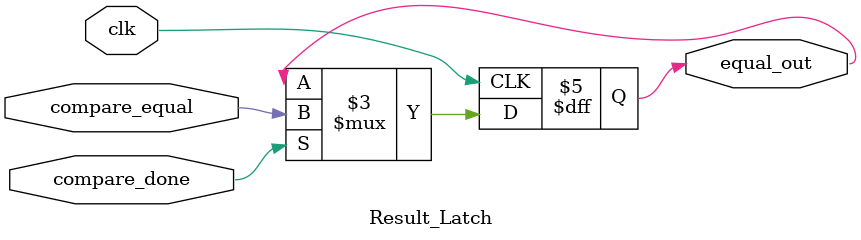
<source format=sv>
module Comparator_FSM #(parameter WIDTH = 16) (
    input              clk,
    input              start,
    input  [WIDTH-1:0] val_m,
    input  [WIDTH-1:0] val_n,
    output             done,
    output             equal
);
    // 内部连接信号
    wire                       control_start_compare;
    wire                       control_reset_bit_cnt;
    wire                       control_done;
    wire                       compare_equal;
    wire                       compare_done;
    wire [$clog2(WIDTH)-1:0]   bit_cnt;
    wire                       increment_bit_cnt;
    
    // 状态控制器子模块
    FSM_Controller controller (
        .clk              (clk),
        .start            (start),
        .compare_done     (compare_done),
        .compare_equal    (compare_equal),
        .start_compare    (control_start_compare),
        .reset_bit_cnt    (control_reset_bit_cnt),
        .done             (done)
    );
    
    // 比特计数器子模块
    Bit_Counter #(
        .WIDTH            (WIDTH)
    ) counter (
        .clk              (clk),
        .reset            (control_reset_bit_cnt),
        .increment        (increment_bit_cnt),
        .bit_cnt          (bit_cnt)
    );
    
    // 比较器子模块
    Bit_Comparator #(
        .WIDTH            (WIDTH)
    ) comparator (
        .clk              (clk),
        .start            (control_start_compare),
        .val_m            (val_m),
        .val_n            (val_n),
        .bit_cnt          (bit_cnt),
        .max_bit          (WIDTH-1),
        .increment_bit    (increment_bit_cnt),
        .done             (compare_done),
        .equal            (compare_equal)
    );
    
    // 结果锁存器子模块
    Result_Latch result_latch (
        .clk              (clk),
        .compare_done     (compare_done),
        .compare_equal    (compare_equal),
        .equal_out        (equal)
    );
    
endmodule

/////////////////////////////////////////////
// 状态控制器子模块 - 管理FSM状态转换
/////////////////////////////////////////////
module FSM_Controller (
    input  wire clk,
    input  wire start,
    input  wire compare_done,
    input  wire compare_equal,
    output reg  start_compare,
    output reg  reset_bit_cnt,
    output reg  done
);
    // 状态定义
    localparam IDLE    = 2'b00;
    localparam COMPARE = 2'b01;
    localparam DONE    = 2'b10;
    
    reg [1:0] curr_state;
    
    // 初始化
    initial begin
        curr_state = IDLE;
        done = 0;
        start_compare = 0;
        reset_bit_cnt = 0;
    end
    
    always @(posedge clk) begin
        case(curr_state)
            IDLE: begin
                if (start) begin
                    reset_bit_cnt <= 1;
                    start_compare <= 1;
                    curr_state <= COMPARE;
                end else begin
                    reset_bit_cnt <= 0;
                    start_compare <= 0;
                end
                done <= 0;
            end
            
            COMPARE: begin
                reset_bit_cnt <= 0;
                start_compare <= 0;
                
                if (compare_done) begin
                    curr_state <= DONE;
                end
            end
            
            DONE: begin
                done <= 1;
                curr_state <= IDLE;
            end
            
            default: begin
                curr_state <= IDLE;
                done <= 0;
                start_compare <= 0;
                reset_bit_cnt <= 0;
            end
        endcase
    end
endmodule

/////////////////////////////////////////////
// 比特计数器子模块 - 追踪当前比较的位位置
/////////////////////////////////////////////
module Bit_Counter #(parameter WIDTH = 16) (
    input  wire                     clk,
    input  wire                     reset,
    input  wire                     increment,
    output reg  [$clog2(WIDTH)-1:0] bit_cnt
);
    // 初始化
    initial begin
        bit_cnt = 0;
    end
    
    always @(posedge clk) begin
        if (reset) begin
            bit_cnt <= 0;
        end else if (increment) begin
            bit_cnt <= bit_cnt + 1;
        end
    end
endmodule

/////////////////////////////////////////////
// 比特比较器子模块 - 执行实际的比较功能
/////////////////////////////////////////////
module Bit_Comparator #(parameter WIDTH = 16) (
    input  wire                     clk,
    input  wire                     start,
    input  wire [WIDTH-1:0]         val_m,
    input  wire [WIDTH-1:0]         val_n,
    input  wire [$clog2(WIDTH)-1:0] bit_cnt,
    input  wire [$clog2(WIDTH)-1:0] max_bit,
    output reg                      increment_bit,
    output reg                      done,
    output reg                      equal
);
    // 比较状态
    localparam IDLE      = 1'b0;
    localparam COMPARING = 1'b1;
    
    reg state;
    
    // 初始化
    initial begin
        state = IDLE;
        done = 0;
        equal = 0;
        increment_bit = 0;
    end
    
    always @(posedge clk) begin
        case(state)
            IDLE: begin
                if (start) begin
                    state <= COMPARING;
                    equal <= 1; // 假设相等，直到发现不等
                    done <= 0;
                    increment_bit <= 0;
                end
            end
            
            COMPARING: begin
                if (val_m[bit_cnt] != val_n[bit_cnt]) begin
                    equal <= 0;
                    done <= 1;
                    state <= IDLE;
                    increment_bit <= 0;
                end else if (bit_cnt == max_bit) begin
                    done <= 1;
                    state <= IDLE;
                    increment_bit <= 0;
                end else begin
                    increment_bit <= 1;
                end
            end
        endcase
    end
endmodule

/////////////////////////////////////////////
// 结果锁存器子模块 - 锁存并输出最终结果
/////////////////////////////////////////////
module Result_Latch (
    input  wire clk,
    input  wire compare_done,
    input  wire compare_equal,
    output reg  equal_out
);
    // 初始化
    initial begin
        equal_out = 0;
    end
    
    always @(posedge clk) begin
        if (compare_done) begin
            equal_out <= compare_equal;
        end
    end
endmodule
</source>
